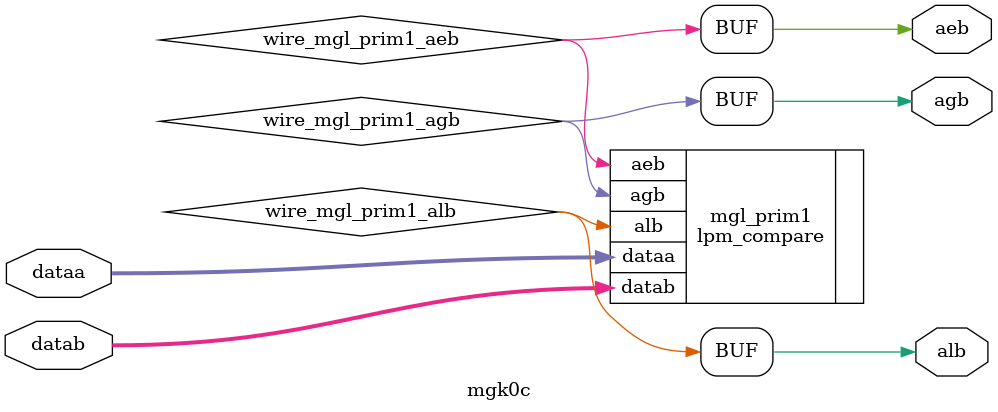
<source format=v>






//synthesis_resources = lpm_compare 1 
//synopsys translate_off
`timescale 1 ps / 1 ps
//synopsys translate_on
module  mgk0c
	( 
	aeb,
	agb,
	alb,
	dataa,
	datab) /* synthesis synthesis_clearbox=1 */;
	output   aeb;
	output   agb;
	output   alb;
	input   [63:0]  dataa;
	input   [63:0]  datab;

	wire  wire_mgl_prim1_aeb;
	wire  wire_mgl_prim1_agb;
	wire  wire_mgl_prim1_alb;

	lpm_compare   mgl_prim1
	( 
	.aeb(wire_mgl_prim1_aeb),
	.agb(wire_mgl_prim1_agb),
	.alb(wire_mgl_prim1_alb),
	.dataa(dataa),
	.datab(datab));
	defparam
		mgl_prim1.lpm_representation = "UNSIGNED",
		mgl_prim1.lpm_type = "LPM_COMPARE",
		mgl_prim1.lpm_width = 64;
	assign
		aeb = wire_mgl_prim1_aeb,
		agb = wire_mgl_prim1_agb,
		alb = wire_mgl_prim1_alb;
endmodule //mgk0c
//VALID FILE

</source>
